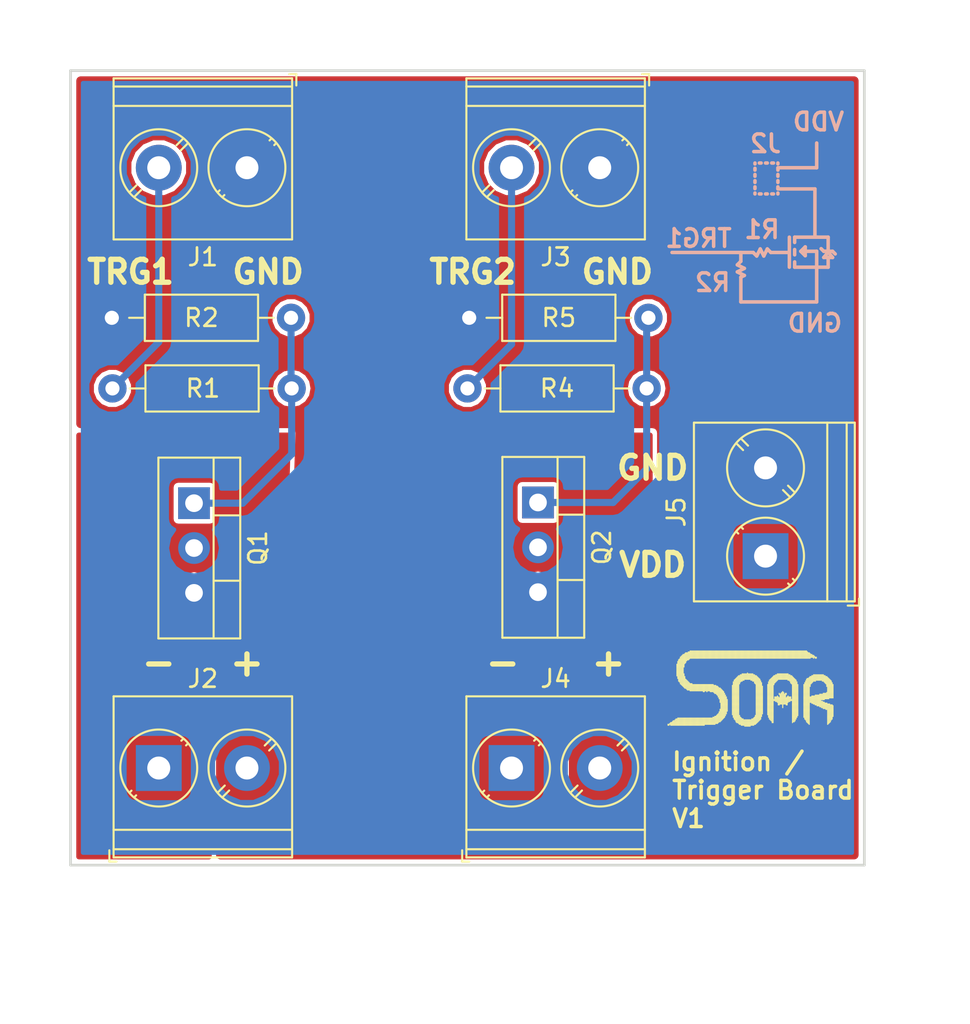
<source format=kicad_pcb>
(kicad_pcb (version 4) (host pcbnew 4.0.7)
  (layers (0 F.Cu signal) (31 B.Cu signal hide) (34 B.Paste user) (35 F.Paste user) (36 B.SilkS user) (37 F.SilkS user) (38 B.Mask user) (39 F.Mask user) (44 Edge.Cuts user))
  (net 0 "")
  (net 1 GND)
  (net 2 "Net-(J1-Pad2)")
  (net 3 "Net-(J2-Pad1)")
  (net 4 VDD)
  (net 5 "Net-(J3-Pad2)")
  (net 6 "Net-(J4-Pad1)")
  (net 7 "Net-(Q1-Pad1)")
  (net 8 "Net-(Q2-Pad1)")
  (module Package_TO_SOT_THT:TO-220-3_Vertical (layer F.Cu) (at 132 54.5 270)
    (fp_text reference Q1 (at 2.54 -3.62 270) (layer F.SilkS))
    (fp_text value NMOS)
    (pad 1 thru_hole rect (at 0 0 270) (size 1.8 1.8) (drill 1) (layers *.Cu *.Mask) (net 7 "Net-(Q1-Pad1)"))
    (pad 2 thru_hole oval (at 2.54 0 270) (size 1.8 1.8) (drill 1) (layers *.Cu *.Mask) (net 3 "Net-(J2-Pad1)"))
    (pad 3 thru_hole oval (at 5.08 0 270) (size 1.8 1.8) (drill 1) (layers *.Cu *.Mask) (net 1 GND))
  )
  (module TerminalBlock_Phoenix:TerminalBlock_Phoenix_PT-1,5-2-5.0-H_1x02_P5.00mm_Horizontal (layer F.Cu) (at 135 35.5 180)
    (fp_text reference J1 (at 2.5 -5.06 180) (layer F.SilkS))
    (fp_text value Screw_Terminal_01x02)
    (pad 1 thru_hole rect (at 0 0 180) (size 2.6 2.6) (drill 1.3) (layers *.Cu *.Mask) (net 1 GND))
    (pad 2 thru_hole circle (at 5 0 180) (size 2.6 2.6) (drill 1.3) (layers *.Cu *.Mask) (net 2 "Net-(J1-Pad2)"))
  )
  (module TerminalBlock_Phoenix:TerminalBlock_Phoenix_PT-1,5-2-5.0-H_1x02_P5.00mm_Horizontal (layer F.Cu) (at 130 69.5)
    (fp_text reference J2 (at 2.5 -5.06) (layer F.SilkS))
    (fp_text value Screw_Terminal_01x02)
    (pad 1 thru_hole rect (at 0 0) (size 2.6 2.6) (drill 1.3) (layers *.Cu *.Mask) (net 3 "Net-(J2-Pad1)"))
    (pad 2 thru_hole circle (at 5 0) (size 2.6 2.6) (drill 1.3) (layers *.Cu *.Mask) (net 4 VDD))
  )
  (module TerminalBlock_Phoenix:TerminalBlock_Phoenix_PT-1,5-2-5.0-H_1x02_P5.00mm_Horizontal (layer F.Cu) (at 155 35.5 180)
    (fp_text reference J3 (at 2.5 -5.06 180) (layer F.SilkS))
    (fp_text value Screw_Terminal_01x02)
    (pad 1 thru_hole rect (at 0 0 180) (size 2.6 2.6) (drill 1.3) (layers *.Cu *.Mask) (net 1 GND))
    (pad 2 thru_hole circle (at 5 0 180) (size 2.6 2.6) (drill 1.3) (layers *.Cu *.Mask) (net 5 "Net-(J3-Pad2)"))
  )
  (module TerminalBlock_Phoenix:TerminalBlock_Phoenix_PT-1,5-2-5.0-H_1x02_P5.00mm_Horizontal (layer F.Cu) (at 150 69.5)
    (fp_text reference J4 (at 2.5 -5.06) (layer F.SilkS))
    (fp_text value Screw_Terminal_01x02)
    (pad 1 thru_hole rect (at 0 0) (size 2.6 2.6) (drill 1.3) (layers *.Cu *.Mask) (net 6 "Net-(J4-Pad1)"))
    (pad 2 thru_hole circle (at 5 0) (size 2.6 2.6) (drill 1.3) (layers *.Cu *.Mask) (net 4 VDD))
  )
  (module TerminalBlock_Phoenix:TerminalBlock_Phoenix_PT-1,5-2-5.0-H_1x02_P5.00mm_Horizontal (layer F.Cu) (at 164.4 57.5 90)
    (fp_text reference J5 (at 2.5 -5.06 90) (layer F.SilkS))
    (fp_text value Screw_Terminal_01x02)
    (pad 1 thru_hole rect (at 0 0 90) (size 2.6 2.6) (drill 1.3) (layers *.Cu *.Mask) (net 4 VDD))
    (pad 2 thru_hole circle (at 5 0 90) (size 2.6 2.6) (drill 1.3) (layers *.Cu *.Mask) (net 1 GND))
  )
  (module Package_TO_SOT_THT:TO-220-3_Vertical (layer F.Cu) (at 151.5 54.46 270)
    (fp_text reference Q2 (at 2.54 -3.62 270) (layer F.SilkS))
    (fp_text value NMOS)
    (pad 1 thru_hole rect (at 0 0 270) (size 1.8 1.8) (drill 1) (layers *.Cu *.Mask) (net 8 "Net-(Q2-Pad1)"))
    (pad 2 thru_hole oval (at 2.54 0 270) (size 1.8 1.8) (drill 1) (layers *.Cu *.Mask) (net 6 "Net-(J4-Pad1)"))
    (pad 3 thru_hole oval (at 5.08 0 270) (size 1.8 1.8) (drill 1) (layers *.Cu *.Mask) (net 1 GND))
  )
  (module Resistor_THT:R_Axial_DIN0207_L6.3mm_D2.5mm_P10.16mm_Horizontal (layer F.Cu) (at 127.375 48)
    (fp_text reference R1 (at 5.125 0) (layer F.SilkS))
    (fp_text value 330)
    (pad 1 thru_hole circle (at 0 0) (size 1.6 1.6) (drill 0.8) (layers *.Cu *.Mask) (net 2 "Net-(J1-Pad2)"))
    (pad 2 thru_hole oval (at 10.16 0) (size 1.6 1.6) (drill 0.8) (layers *.Cu *.Mask) (net 7 "Net-(Q1-Pad1)"))
  )
  (module Resistor_THT:R_Axial_DIN0207_L6.3mm_D2.5mm_P10.16mm_Horizontal (layer F.Cu) (at 137.5 44 180)
    (fp_text reference R2 (at 5.08 0 180) (layer F.SilkS))
    (fp_text value 10K)
    (pad 1 thru_hole circle (at 0 0 180) (size 1.6 1.6) (drill 0.8) (layers *.Cu *.Mask) (net 7 "Net-(Q1-Pad1)"))
    (pad 2 thru_hole oval (at 10.16 0 180) (size 1.6 1.6) (drill 0.8) (layers *.Cu *.Mask) (net 1 GND))
  )
  (module Resistor_THT:R_Axial_DIN0207_L6.3mm_D2.5mm_P10.16mm_Horizontal (layer F.Cu) (at 147.5 48)
    (fp_text reference R4 (at 5.08 0) (layer F.SilkS))
    (fp_text value 330)
    (pad 1 thru_hole circle (at 0 0) (size 1.6 1.6) (drill 0.8) (layers *.Cu *.Mask) (net 5 "Net-(J3-Pad2)"))
    (pad 2 thru_hole oval (at 10.16 0) (size 1.6 1.6) (drill 0.8) (layers *.Cu *.Mask) (net 8 "Net-(Q2-Pad1)"))
  )
  (module Resistor_THT:R_Axial_DIN0207_L6.3mm_D2.5mm_P10.16mm_Horizontal (layer F.Cu) (at 157.76 44 180)
    (fp_text reference R5 (at 5.08 0 180) (layer F.SilkS))
    (fp_text value 10K)
    (pad 1 thru_hole circle (at 0 0 180) (size 1.6 1.6) (drill 0.8) (layers *.Cu *.Mask) (net 8 "Net-(Q2-Pad1)"))
    (pad 2 thru_hole oval (at 10.16 0 180) (size 1.6 1.6) (drill 0.8) (layers *.Cu *.Mask) (net 1 GND))
  )
  (module SOAR_LOGO_KICAD:LOGO_SOAR (layer F.Cu) (at 157.75 62)
    (fp_text reference LOGO_SOAR hide)
    (fp_text value "" (at 0 0) (layer F.SilkS))
  )
  (gr_text "Ignition / \nTrigger Board\nV1" (at 159 70.75) (layer F.SilkS) (effects (font (size 1 1) (thickness 0.2)) (justify left)))
  (gr_line (start 163 40.3) (end 159.1 40.3) (layer B.SilkS) (width 0.2))
  (gr_text R2 (at 161.4 42) (layer B.SilkS) (effects (font (size 1 1) (thickness 0.2)) (justify mirror)))
  (gr_text R1 (at 164.2 39) (layer B.SilkS) (effects (font (size 1 1) (thickness 0.2)) (justify mirror)))
  (gr_line (start 167.3 43.1) (end 163 43.1) (layer B.SilkS) (width 0.2))
  (gr_line (start 163 41.7) (end 163 43.1) (layer B.SilkS) (width 0.2))
  (gr_line (start 163.2 41.2) (end 162.8 41.4) (layer B.SilkS) (width 0.2))
  (gr_line (start 162.8 41.4) (end 163.2 41.6) (layer B.SilkS) (width 0.2))
  (gr_line (start 163.2 41.6) (end 163 41.7) (layer B.SilkS) (width 0.2))
  (gr_line (start 162.8 41) (end 163.2 41.2) (layer B.SilkS) (width 0.2))
  (gr_line (start 163 40.8) (end 162.8 41) (layer B.SilkS) (width 0.2))
  (gr_line (start 163 40.3) (end 163 40.8) (layer B.SilkS) (width 0.2))
  (gr_line (start 163.7 40.3) (end 163 40.3) (layer B.SilkS) (width 0.2))
  (gr_line (start 164.5 40.1) (end 164.7 40.3) (layer B.SilkS) (width 0.2))
  (gr_line (start 163.9 40.5) (end 163.7 40.3) (layer B.SilkS) (width 0.2))
  (gr_line (start 164.1 40.1) (end 163.9 40.5) (layer B.SilkS) (width 0.2))
  (gr_line (start 164.3 40.5) (end 164.1 40.1) (layer B.SilkS) (width 0.2))
  (gr_line (start 164.5 40.1) (end 164.3 40.5) (layer B.SilkS) (width 0.2))
  (gr_text TRG1 (at 160.6 39.5) (layer B.SilkS) (effects (font (size 1 1) (thickness 0.2)) (justify mirror)))
  (gr_text GND (at 167.2 44.3) (layer B.SilkS) (effects (font (size 1 1) (thickness 0.2)) (justify mirror)))
  (gr_text VDD (at 167.4 32.9) (layer B.SilkS) (effects (font (size 1 1) (thickness 0.2)) (justify mirror)))
  (gr_text J2 (at 164.4 34.133128) (layer B.SilkS) (effects (font (size 1 1) (thickness 0.2)) (justify mirror)))
  (gr_line (start 164.75 35.233128) (end 164.85 35.233128) (layer B.SilkS) (width 0.2))
  (gr_line (start 164.4 35.233128) (end 164.5 35.233128) (layer B.SilkS) (width 0.2))
  (gr_line (start 164.05 35.233128) (end 164.15 35.233128) (layer B.SilkS) (width 0.2))
  (gr_line (start 163.8 35.283128) (end 163.8 35.233128) (layer B.SilkS) (width 0.2))
  (gr_line (start 163.8 35.633128) (end 163.8 35.533128) (layer B.SilkS) (width 0.2))
  (gr_line (start 163.8 35.983128) (end 163.8 35.883128) (layer B.SilkS) (width 0.2))
  (gr_line (start 163.8 36.333128) (end 163.8 36.233128) (layer B.SilkS) (width 0.2))
  (gr_line (start 163.8 36.683128) (end 163.8 36.583128) (layer B.SilkS) (width 0.2))
  (gr_line (start 163.8 36.983128) (end 163.8 36.933128) (layer B.SilkS) (width 0.2))
  (gr_line (start 165.1 36.233128) (end 165.1 36.333128) (layer B.SilkS) (width 0.2))
  (gr_line (start 165.1 36.933128) (end 165.1 36.983128) (layer B.SilkS) (width 0.2))
  (gr_line (start 165.1 36.583128) (end 165.1 36.683128) (layer B.SilkS) (width 0.2))
  (gr_line (start 165.1 35.533128) (end 165.1 35.633128) (layer B.SilkS) (width 0.2))
  (gr_line (start 165.1 35.233128) (end 165.1 35.283128) (layer B.SilkS) (width 0.2))
  (gr_line (start 164.15 36.983128) (end 164.05 36.983128) (layer B.SilkS) (width 0.2))
  (gr_line (start 164.5 36.983128) (end 164.4 36.983128) (layer B.SilkS) (width 0.2))
  (gr_line (start 164.85 36.983128) (end 164.75 36.983128) (layer B.SilkS) (width 0.2))
  (gr_line (start 165.1 35.883128) (end 165.1 35.983128) (layer B.SilkS) (width 0.2))
  (gr_line (start 167.3 35.5) (end 167.3 34.1) (layer B.SilkS) (width 0.2))
  (gr_line (start 165.1 35.5) (end 167.3 35.5) (layer B.SilkS) (width 0.2))
  (gr_line (start 167.2 36.7) (end 165.1 36.7) (layer B.SilkS) (width 0.2))
  (gr_line (start 167.2 39.4) (end 167.2 36.7) (layer B.SilkS) (width 0.2))
  (gr_line (start 167.95 39.433128) (end 167.3 39.433128) (layer B.SilkS) (width 0.2))
  (gr_line (start 167.95 40.233128) (end 167.95 39.433128) (layer B.SilkS) (width 0.2))
  (gr_line (start 168.2 40.233128) (end 168.35 40.383128) (layer B.SilkS) (width 0.2))
  (gr_line (start 167.7 40.233128) (end 168.2 40.233128) (layer B.SilkS) (width 0.2))
  (gr_line (start 167.7 40.233128) (end 167.55 40.083128) (layer B.SilkS) (width 0.2))
  (gr_line (start 167.95 40.233128) (end 167.8 40.233128) (layer B.SilkS) (width 0.2))
  (gr_line (start 168.2 40.583128) (end 167.95 40.583128) (layer B.SilkS) (width 0.2))
  (gr_line (start 167.95 40.283128) (end 168.2 40.583128) (layer B.SilkS) (width 0.2))
  (gr_line (start 167.7 40.583128) (end 167.95 40.283128) (layer B.SilkS) (width 0.2))
  (gr_line (start 167.95 40.583128) (end 167.7 40.583128) (layer B.SilkS) (width 0.2))
  (gr_line (start 167.95 41.133128) (end 167.95 40.583128) (layer B.SilkS) (width 0.2))
  (gr_line (start 167.25 41.133128) (end 167.95 41.133128) (layer B.SilkS) (width 0.2))
  (gr_line (start 166.65 39.983128) (end 166.65 40.483128) (layer B.SilkS) (width 0.2))
  (gr_line (start 166.4 40.233128) (end 166.65 40.483128) (layer B.SilkS) (width 0.2))
  (gr_line (start 166.65 39.983128) (end 166.4 40.233128) (layer B.SilkS) (width 0.2))
  (gr_line (start 167.3 40.233128) (end 166.4 40.233128) (layer B.SilkS) (width 0.2))
  (gr_line (start 167.3 41.133128) (end 167.3 40.233128) (layer B.SilkS) (width 0.2))
  (gr_line (start 165.7 40.3) (end 164.7 40.3) (layer B.SilkS) (width 0.2))
  (gr_line (start 165.75 39.433128) (end 165.75 41.133128) (layer B.SilkS) (width 0.2))
  (gr_line (start 167.3 41.133128) (end 167.3 43.1) (layer B.SilkS) (width 0.2))
  (gr_line (start 166.05 41.133128) (end 167.3 41.133128) (layer B.SilkS) (width 0.2))
  (gr_line (start 166.05 40.833128) (end 166.05 41.133128) (layer B.SilkS) (width 0.2))
  (gr_line (start 166.05 40.133128) (end 166.05 40.433128) (layer B.SilkS) (width 0.2))
  (gr_line (start 166.05 39.433128) (end 166.05 39.733128) (layer B.SilkS) (width 0.2))
  (gr_line (start 167.3 39.433128) (end 166.05 39.433128) (layer B.SilkS) (width 0.2))
  (gr_text - (at 149.5 63.5) (layer F.SilkS) (effects (font (size 1.5 1.5) (thickness 0.3))))
  (gr_text + (at 155.5 63.5) (layer F.SilkS) (effects (font (size 1.5 1.5) (thickness 0.3))))
  (gr_text - (at 130 63.5) (layer F.SilkS) (effects (font (size 1.5 1.5) (thickness 0.3))))
  (gr_text + (at 135 63.5) (layer F.SilkS) (effects (font (size 1.5 1.5) (thickness 0.3))))
  (gr_text GND (at 158 52.5) (layer F.SilkS) (effects (font (size 1.3 1.3) (thickness 0.3))))
  (gr_text VDD (at 158 58) (layer F.SilkS) (effects (font (size 1.3 1.3) (thickness 0.3))))
  (gr_text GND (at 156 41.4) (layer F.SilkS) (effects (font (size 1.3 1.3) (thickness 0.3))))
  (gr_text TRG2 (at 147.8 41.4) (layer F.SilkS) (effects (font (size 1.3 1.3) (thickness 0.3))))
  (gr_text GND (at 136.2 41.4) (layer F.SilkS) (effects (font (size 1.3 1.3) (thickness 0.3))))
  (gr_text TRG1 (at 128.4 41.4) (layer F.SilkS) (effects (font (size 1.3 1.3) (thickness 0.3))))
  (gr_line (start 125 75) (end 125 30) (layer Edge.Cuts) (width 0.15))
  (gr_line (start 170 75) (end 125 75) (layer Edge.Cuts) (width 0.15))
  (gr_line (start 170 30) (end 170 75) (layer Edge.Cuts) (width 0.15))
  (gr_line (start 125 30) (end 170 30) (layer Edge.Cuts) (width 0.15))
  (segment (start 130 35.5) (end 130 45.375) (width 0.4) (layer B.Cu) (net 2))
  (segment (start 130 45.375) (end 127.375 48) (width 0.4) (layer B.Cu) (net 2))
  (segment (start 147.5 48) (end 150 45.5) (width 0.4) (layer B.Cu) (net 5))
  (segment (start 150 45.5) (end 150 35.5) (width 0.4) (layer B.Cu) (net 5))
  (segment (start 150 69.5) (end 150 67.8) (width 0.4) (layer F.Cu) (net 6))
  (segment (start 150 67.8) (end 148 65.8) (width 0.4) (layer F.Cu) (net 6))
  (segment (start 137.535 51.725) (end 134.76 54.5) (width 0.4) (layer B.Cu) (net 7))
  (segment (start 134.76 54.5) (end 132 54.5) (width 0.4) (layer B.Cu) (net 7))
  (segment (start 137.5 44) (end 137.5 47.965) (width 0.4) (layer B.Cu) (net 7))
  (segment (start 137.5 47.965) (end 137.535 48) (width 0.4) (layer B.Cu) (net 7))
  (segment (start 137.535 48) (end 137.535 51.725) (width 0.4) (layer B.Cu) (net 7))
  (segment (start 157.66 48) (end 157.66 44.1) (width 0.4) (layer B.Cu) (net 8))
  (segment (start 157.66 44.1) (end 157.76 44) (width 0.4) (layer B.Cu) (net 8))
  (segment (start 157.66 52.56) (end 157.66 48) (width 0.4) (layer B.Cu) (net 8))
  (segment (start 157.66 52.56) (end 155.76 54.46) (width 0.4) (layer B.Cu) (net 8))
  (segment (start 155.76 54.46) (end 151.5 54.46) (width 0.4) (layer B.Cu) (net 8))
  (zone (net 4) (net_name VDD) (layer F.Cu) (connect_pads yes (clearance 0.25)) (min_thickness 0.5) (fill yes (arc_segments 16) (thermal_gap 0.508) (thermal_bridge_width 1))
    (polygon (pts (xy 121 26) (xy 176 26) (xy 176 84) (xy 121 84)))
  )
  (zone (net 1) (net_name GND) (layer B.Cu) (connect_pads yes (clearance 0.508)) (min_thickness 0.25) (fill yes (arc_segments 16) (thermal_gap 0.508) (thermal_bridge_width 1))
    (polygon (pts (xy 181 87) (xy 113 87) (xy 113 21) (xy 181 21)))
  )
  (zone (net 6) (net_name "Net-(J4-Pad1)") (layer F.Cu) (priority 1) (connect_pads yes (clearance 0.25)) (min_thickness 0.3) (fill yes (arc_segments 16) (thermal_gap 0.5) (thermal_bridge_width 1))
    (polygon (pts (xy 151 50.5) (xy 158 50.5) (xy 158 58.5) (xy 153 58.5) (xy 153 72) (xy 145 72) (xy 145 50.5) (xy 150.7 50.5)))
  )
  (zone (net 3) (net_name "Net-(J2-Pad1)") (layer F.Cu) (priority 1) (connect_pads yes (clearance 0.25)) (min_thickness 0.3) (fill yes (arc_segments 16) (thermal_gap 0.5) (thermal_bridge_width 1))
    (polygon (pts (xy 137.5 50.5) (xy 124.75 50.5) (xy 124 75.5) (xy 133 75) (xy 133 65) (xy 133 58.5) (xy 137.25 58.5)))
  )
  (zone (net 3) (net_name "Net-(J2-Pad1)") (layer F.Cu) (priority 1) (connect_pads yes (clearance 0.25)) (min_thickness 0.3) (fill yes (arc_segments 16) (thermal_gap 0.5) (thermal_bridge_width 1))
    (polygon (pts (xy 127 66.5) (xy 132.5 66.5) (xy 132.5 74.5) (xy 127 74.5)))
  )
)
</source>
